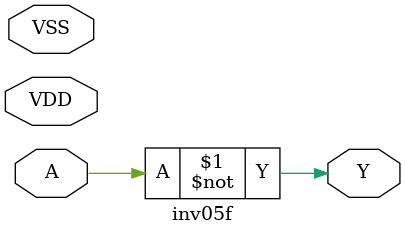
<source format=v>


module inv05f ( Y, VSS, VDD, A );

  input A;
  output Y;
  inout VDD;
  inout VSS;
  assign Y = ~A;
endmodule

</source>
